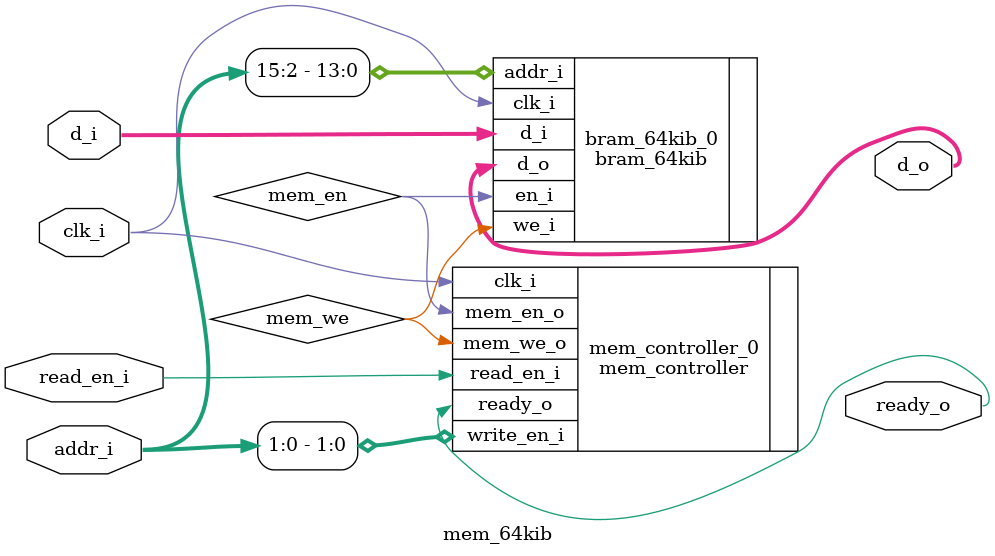
<source format=sv>


module mem_64kib (
    input   logic         clk_i,
    input   logic         read_en_i,
    input   logic [31:0]  addr_i,
    input   logic [31:0]  d_i,
    output  logic [31:0]  d_o,
    output  logic         ready_o
  );

  logic mem_en;
  logic mem_we;

  bram_64kib #(
    .INIT_FILE("../python/rams_init_file.data")
  ) bram_64kib_0 (
    .clk_i      ( clk_i         ),
    .en_i       ( mem_en        ),
    .we_i       ( mem_we        ),
    .addr_i     ( addr_i[15:2]  ),
    .d_i        ( d_i           ),
    .d_o        ( d_o           )
  );

  mem_controller mem_controller_0 (
    .clk_i      ( clk_i         ),
    .read_en_i  ( read_en_i     ),
    .write_en_i ( addr_i[1:0]   ),
    .ready_o    ( ready_o       ),
    .mem_en_o   ( mem_en        ),
    .mem_we_o   ( mem_we        )
  );

endmodule


</source>
